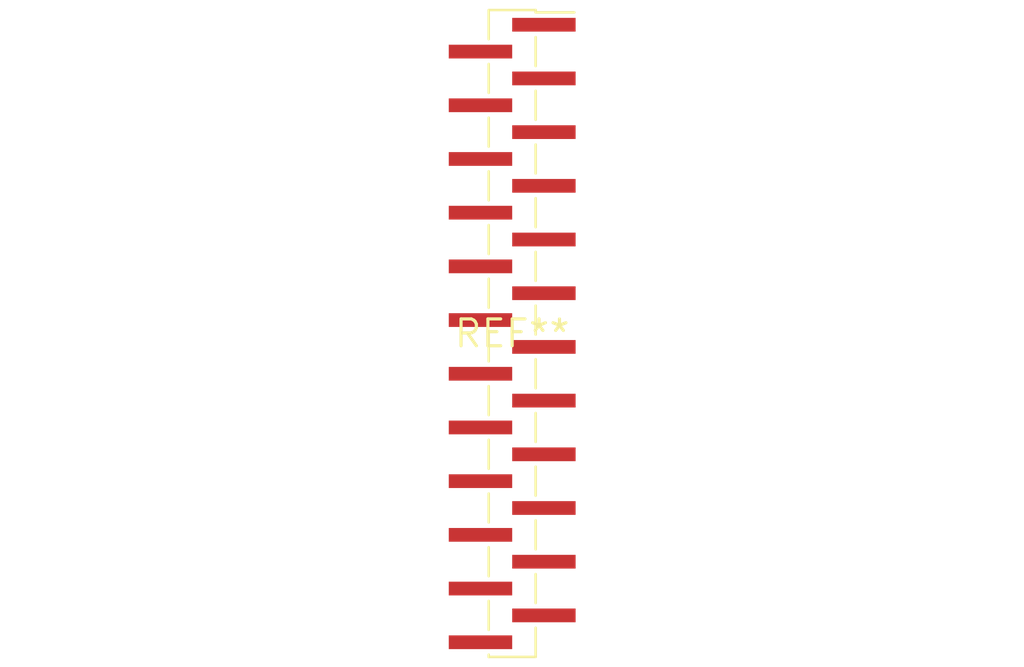
<source format=kicad_pcb>
(kicad_pcb (version 20240108) (generator pcbnew)
  (layers (0 "F.Cu" signal) (31 "B.Cu" signal) (34 "B.Paste" user) (35 "F.Paste" user) (36 "B.SilkS" user "B.Silkscreen") (37 "F.SilkS" user "F.Silkscreen") (38 "B.Mask" user) (39 "F.Mask" user) (44 "Edge.Cuts" user))
  (net 0 "")
  (footprint "PinHeader_1x24_P1.27mm_Vertical_SMD_Pin1Right" (layer "F.Cu") (at 0 0)
    (property "Reference" "REF**")
    (property "Value" "PinHeader_1x24_P1.27mm_Vertical_SMD_Pin1Right")
    (fp_line (start -1.11 -15.3) (end 1.11 -15.3) (layer "F.SilkS") (stroke (width 0.12)))
    (fp_line (start -1.11 -15.29) (end -1.11 -13.92) (layer "F.SilkS") (stroke (width 0.12)))
    (fp_line (start -1.11 -12.75) (end -1.11 -11.38) (layer "F.SilkS") (stroke (width 0.12)))
    (fp_line (start -1.11 -10.21) (end -1.11 -8.84) (layer "F.SilkS") (stroke (width 0.12)))
    (fp_line (start -1.11 -7.67) (end -1.11 -6.3) (layer "F.SilkS") (stroke (width 0.12)))
    (fp_line (start -1.11 -5.13) (end -1.11 -3.76) (layer "F.SilkS") (stroke (width 0.12)))
    (fp_line (start -1.11 -2.59) (end -1.11 -1.22) (layer "F.SilkS") (stroke (width 0.12)))
    (fp_line (start -1.11 -0.05) (end -1.11 1.32) (layer "F.SilkS") (stroke (width 0.12)))
    (fp_line (start -1.11 2.49) (end -1.11 3.86) (layer "F.SilkS") (stroke (width 0.12)))
    (fp_line (start -1.11 5.03) (end -1.11 6.4) (layer "F.SilkS") (stroke (width 0.12)))
    (fp_line (start -1.11 7.57) (end -1.11 8.94) (layer "F.SilkS") (stroke (width 0.12)))
    (fp_line (start -1.11 10.11) (end -1.11 11.48) (layer "F.SilkS") (stroke (width 0.12)))
    (fp_line (start -1.11 12.65) (end -1.11 14.02) (layer "F.SilkS") (stroke (width 0.12)))
    (fp_line (start -1.11 15.19) (end -1.11 15.3) (layer "F.SilkS") (stroke (width 0.12)))
    (fp_line (start -1.11 15.3) (end 1.11 15.3) (layer "F.SilkS") (stroke (width 0.12)))
    (fp_line (start 1.11 -15.3) (end 1.11 -15.19) (layer "F.SilkS") (stroke (width 0.12)))
    (fp_line (start 1.11 -15.19) (end 2.94 -15.19) (layer "F.SilkS") (stroke (width 0.12)))
    (fp_line (start 1.11 -14.02) (end 1.11 -12.65) (layer "F.SilkS") (stroke (width 0.12)))
    (fp_line (start 1.11 -11.48) (end 1.11 -10.11) (layer "F.SilkS") (stroke (width 0.12)))
    (fp_line (start 1.11 -8.94) (end 1.11 -7.57) (layer "F.SilkS") (stroke (width 0.12)))
    (fp_line (start 1.11 -6.4) (end 1.11 -5.03) (layer "F.SilkS") (stroke (width 0.12)))
    (fp_line (start 1.11 -3.86) (end 1.11 -2.49) (layer "F.SilkS") (stroke (width 0.12)))
    (fp_line (start 1.11 -1.32) (end 1.11 0.05) (layer "F.SilkS") (stroke (width 0.12)))
    (fp_line (start 1.11 1.22) (end 1.11 2.59) (layer "F.SilkS") (stroke (width 0.12)))
    (fp_line (start 1.11 3.76) (end 1.11 5.13) (layer "F.SilkS") (stroke (width 0.12)))
    (fp_line (start 1.11 6.3) (end 1.11 7.67) (layer "F.SilkS") (stroke (width 0.12)))
    (fp_line (start 1.11 8.84) (end 1.11 10.21) (layer "F.SilkS") (stroke (width 0.12)))
    (fp_line (start 1.11 11.38) (end 1.11 12.75) (layer "F.SilkS") (stroke (width 0.12)))
    (fp_line (start 1.11 13.92) (end 1.11 15.29) (layer "F.SilkS") (stroke (width 0.12)))
    (pad "1" smd rect (at 1.5 -14.605) (size 3 0.65) (layers "F.Cu" "F.Paste" "F.Mask"))
    (pad "2" smd rect (at -1.5 -13.335) (size 3 0.65) (layers "F.Cu" "F.Paste" "F.Mask"))
    (pad "3" smd rect (at 1.5 -12.065) (size 3 0.65) (layers "F.Cu" "F.Paste" "F.Mask"))
    (pad "4" smd rect (at -1.5 -10.795) (size 3 0.65) (layers "F.Cu" "F.Paste" "F.Mask"))
    (pad "5" smd rect (at 1.5 -9.525) (size 3 0.65) (layers "F.Cu" "F.Paste" "F.Mask"))
    (pad "6" smd rect (at -1.5 -8.255) (size 3 0.65) (layers "F.Cu" "F.Paste" "F.Mask"))
    (pad "7" smd rect (at 1.5 -6.985) (size 3 0.65) (layers "F.Cu" "F.Paste" "F.Mask"))
    (pad "8" smd rect (at -1.5 -5.715) (size 3 0.65) (layers "F.Cu" "F.Paste" "F.Mask"))
    (pad "9" smd rect (at 1.5 -4.445) (size 3 0.65) (layers "F.Cu" "F.Paste" "F.Mask"))
    (pad "10" smd rect (at -1.5 -3.175) (size 3 0.65) (layers "F.Cu" "F.Paste" "F.Mask"))
    (pad "11" smd rect (at 1.5 -1.905) (size 3 0.65) (layers "F.Cu" "F.Paste" "F.Mask"))
    (pad "12" smd rect (at -1.5 -0.635) (size 3 0.65) (layers "F.Cu" "F.Paste" "F.Mask"))
    (pad "13" smd rect (at 1.5 0.635) (size 3 0.65) (layers "F.Cu" "F.Paste" "F.Mask"))
    (pad "14" smd rect (at -1.5 1.905) (size 3 0.65) (layers "F.Cu" "F.Paste" "F.Mask"))
    (pad "15" smd rect (at 1.5 3.175) (size 3 0.65) (layers "F.Cu" "F.Paste" "F.Mask"))
    (pad "16" smd rect (at -1.5 4.445) (size 3 0.65) (layers "F.Cu" "F.Paste" "F.Mask"))
    (pad "17" smd rect (at 1.5 5.715) (size 3 0.65) (layers "F.Cu" "F.Paste" "F.Mask"))
    (pad "18" smd rect (at -1.5 6.985) (size 3 0.65) (layers "F.Cu" "F.Paste" "F.Mask"))
    (pad "19" smd rect (at 1.5 8.255) (size 3 0.65) (layers "F.Cu" "F.Paste" "F.Mask"))
    (pad "20" smd rect (at -1.5 9.525) (size 3 0.65) (layers "F.Cu" "F.Paste" "F.Mask"))
    (pad "21" smd rect (at 1.5 10.795) (size 3 0.65) (layers "F.Cu" "F.Paste" "F.Mask"))
    (pad "22" smd rect (at -1.5 12.065) (size 3 0.65) (layers "F.Cu" "F.Paste" "F.Mask"))
    (pad "23" smd rect (at 1.5 13.335) (size 3 0.65) (layers "F.Cu" "F.Paste" "F.Mask"))
    (pad "24" smd rect (at -1.5 14.605) (size 3 0.65) (layers "F.Cu" "F.Paste" "F.Mask"))
  )
)
</source>
